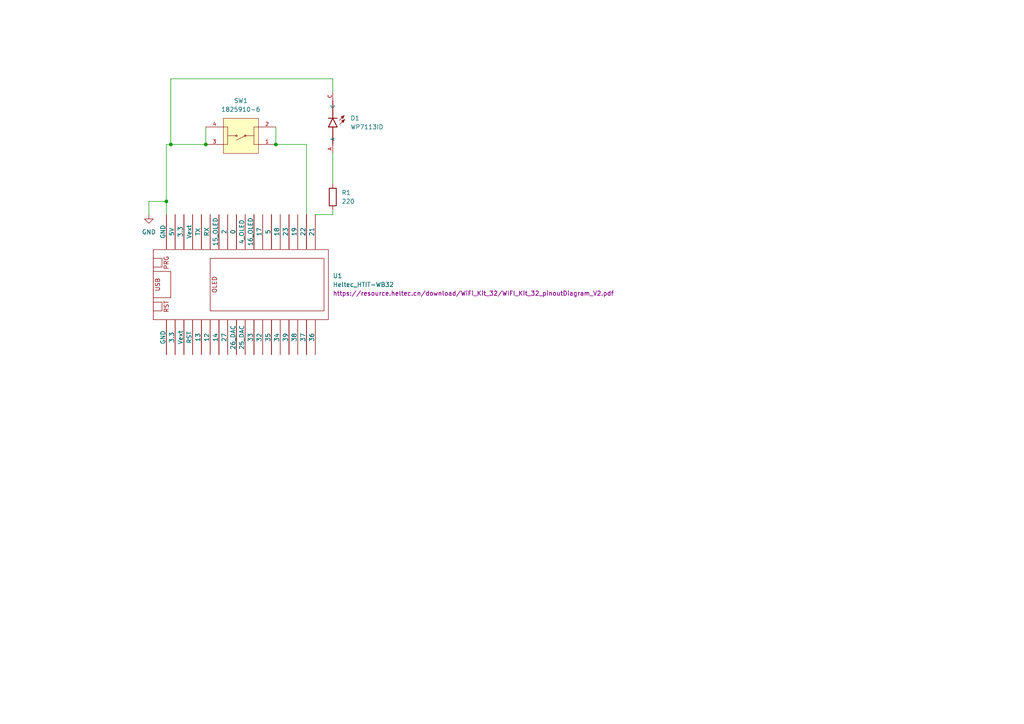
<source format=kicad_sch>
(kicad_sch (version 20230121) (generator eeschema)
  (paper "A4")
  (lib_symbols
    (symbol "1825910-6:1825910-6" (pin_names (offset 1.016))
      (property "Reference" "SW" (at -5.0897 5.8532 0))
      (property "Value" "1825910-6" (at -5.0883 -7.6325 0))
      (symbol "1825910-6_0_0"
        (rectangle (start -5.08 -5.08) (end 5.08 5.08) (stroke (width 0.127)) (fill (type background)))
        (circle (center -1.27 0) (radius 0.254) (stroke (width 0.127)))
        (polyline (pts (xy -5.08 2.54) (xy -3.81 2.54)) (stroke (width 0.127)))
        (polyline (pts (xy -3.81 -2.54) (xy -5.08 -2.54)) (stroke (width 0.127)))
        (polyline (pts (xy -3.81 0) (xy -3.81 -2.54)) (stroke (width 0.127)))
        (polyline (pts (xy -3.81 0) (xy -1.27 0)) (stroke (width 0.127)))
        (polyline (pts (xy -3.81 2.54) (xy -3.81 0)) (stroke (width 0.127)))
        (polyline (pts (xy -1.27 0) (xy 1.27 1.27)) (stroke (width 0.127)))
        (polyline (pts (xy 1.27 0) (xy 3.81 0)) (stroke (width 0.127)))
        (polyline (pts (xy 3.81 -2.54) (xy 5.08 -2.54)) (stroke (width 0.127)))
        (polyline (pts (xy 3.81 0) (xy 3.81 -2.54)) (stroke (width 0.127)))
        (polyline (pts (xy 3.81 0) (xy 3.81 2.54)) (stroke (width 0.127)))
        (polyline (pts (xy 3.81 2.54) (xy 5.08 2.54)) (stroke (width 0.127)))
        (circle (center 1.27 0) (radius 0.254) (stroke (width 0.127)))
        (pin passive line (at -10.16 2.54 0) (length 5.08) (name "~") (number "1"))
        (pin passive line (at -10.16 -2.54 0) (length 5.08) (name "~") (number "2"))
        (pin passive line (at 10.16 2.54 180) (length 5.08) (name "~") (number "3"))
        (pin passive line (at 10.16 -2.54 180) (length 5.08) (name "~") (number "4"))
      )
    )
    (symbol "Device:R" (pin_numbers hide) (pin_names (offset 0))
      (property "Reference" "R" (at 2.032 0 90))
      (property "Value" "R" (at 0 0 90))
      (symbol "R_0_1"
        (rectangle (start -1.016 -2.54) (end 1.016 2.54) (stroke (width 0.254)))
      )
      (symbol "R_1_1"
        (pin passive line (at 0 3.81 270) (length 1.27) (name "~") (number "1"))
        (pin passive line (at 0 -3.81 90) (length 1.27) (name "~") (number "2"))
      )
    )
    (symbol "WP7113ID:WP7113ID" (pin_names (offset 1.016))
      (property "Reference" "D" (at -2.0355 4.071 0))
      (property "Value" "WP7113ID" (at -2.0386 -3.8224 0))
      (symbol "WP7113ID_0_0"
        (polyline (pts (xy -5.08 0) (xy 0 0)) (stroke (width 0.254)))
        (polyline (pts (xy 0 -1.27) (xy 0 0)) (stroke (width 0.254)))
        (polyline (pts (xy 0 0) (xy 0 1.27)) (stroke (width 0.254)))
        (polyline (pts (xy 0 0) (xy 2.54 1.27)) (stroke (width 0.254)))
        (polyline (pts (xy 0.635 1.905) (xy -0.762 3.302)) (stroke (width 0.1524)))
        (polyline (pts (xy 1.778 2.032) (xy 0.381 3.429)) (stroke (width 0.1524)))
        (polyline (pts (xy 2.54 -1.27) (xy 0 0)) (stroke (width 0.254)))
        (polyline (pts (xy 2.54 -1.27) (xy 2.54 0)) (stroke (width 0.254)))
        (polyline (pts (xy 2.54 0) (xy 2.54 1.27)) (stroke (width 0.254)))
        (polyline (pts (xy 2.54 0) (xy 7.62 0)) (stroke (width 0.254)))
        (polyline (pts (xy -0.762 3.302) (xy 0.127 2.921) (xy -0.381 2.413) (xy -0.762 3.302)) (stroke (width 0.1524)) (fill (type outline)))
        (polyline (pts (xy 0.381 3.429) (xy 1.27 3.048) (xy 0.762 2.54) (xy 0.381 3.429)) (stroke (width 0.1524)) (fill (type outline)))
        (pin passive line (at 10.16 0 180) (length 2.54) (name "A") (number "A"))
        (pin passive line (at -7.62 0 0) (length 2.54) (name "C") (number "C"))
      )
    )
    (symbol "heltec_htit-wb32:Heltec_HTIT-WB32" (pin_numbers hide) (pin_names (offset 0))
      (property "Reference" "U" (at 0 0 0))
      (property "Value" "Heltec_HTIT-WB32" (at 0 -26.67 0))
      (property "Datasheet" "https://resource.heltec.cn/download/WiFi_Kit_32/WIFI_Kit_32_pinoutDiagram_V2.pdf" (at 0 0 0))
      (symbol "Heltec_HTIT-WB32_0_0"
        (rectangle (start -5.08 22.86) (end -7.62 25.4))
        (rectangle (start 3.81 25.4) (end -3.81 20.32))
        (rectangle (start 5.08 22.86) (end 7.62 25.4))
        (rectangle (start 7.62 -24.13) (end -7.62 8.89))
        (rectangle (start 10.16 -25.4) (end -10.16 25.4))
        (text "OLED" (at 0 7.62 0) (effects (font (size 1.27 1.27))))
        (text "PRG" (at 6.35 21.59 0) (effects (font (size 1.27 1.27))))
        (text "RST" (at -6.35 21.59 0) (effects (font (size 1.27 1.27))))
        (text "USB" (at 0 24.13 0) (effects (font (size 1.27 1.27))))
      )
      (symbol "Heltec_HTIT-WB32_1_1"
        (pin bidirectional line (at 20.32 1.27 180) (length 10.0076) (name "0") (number "0"))
        (pin bidirectional line (at 20.32 11.43 180) (length 10.0076) (name "TX") (number "1"))
        (pin power_out line (at 20.32 13.97 180) (length 10.0076) (name "Vext") (number "10"))
        (pin power_in line (at 20.32 16.51 180) (length 10.0076) (name "3.3") (number "11"))
        (pin bidirectional line (at -20.32 8.89 0) (length 10.0076) (name "12") (number "12"))
        (pin bidirectional line (at -20.32 11.43 0) (length 10.0076) (name "13") (number "13"))
        (pin bidirectional line (at -20.32 6.35 0) (length 10.0076) (name "14") (number "14"))
        (pin bidirectional line (at 20.32 6.35 180) (length 10.0076) (name "15_OLED") (number "15"))
        (pin bidirectional line (at 20.32 -3.81 180) (length 10.0076) (name "16_OLED") (number "16"))
        (pin bidirectional line (at 20.32 -6.35 180) (length 10.0076) (name "17") (number "17"))
        (pin bidirectional line (at 20.32 -11.43 180) (length 10.0076) (name "18") (number "18"))
        (pin bidirectional line (at 20.32 -16.51 180) (length 10.0076) (name "19") (number "19"))
        (pin bidirectional line (at 20.32 3.81 180) (length 10.0076) (name "2") (number "2"))
        (pin power_in line (at 20.32 19.05 180) (length 10.0076) (name "5V") (number "20"))
        (pin bidirectional line (at 20.32 -21.59 180) (length 10.0076) (name "21") (number "21"))
        (pin bidirectional line (at 20.32 -19.05 180) (length 10.0076) (name "22") (number "22"))
        (pin bidirectional line (at 20.32 -13.97 180) (length 10.0076) (name "23") (number "23"))
        (pin bidirectional line (at -20.32 -1.27 0) (length 10.0076) (name "25_DAC") (number "25"))
        (pin bidirectional line (at -20.32 1.27 0) (length 10.0076) (name "26_DAC") (number "26"))
        (pin bidirectional line (at -20.32 3.81 0) (length 10.0076) (name "27") (number "27"))
        (pin power_in line (at 20.32 21.59 180) (length 10.0076) (name "GND") (number "28"))
        (pin bidirectional line (at 20.32 8.89 180) (length 10.0076) (name "RX") (number "3"))
        (pin input line (at -20.32 -6.35 0) (length 10.0076) (name "32") (number "32"))
        (pin input line (at -20.32 -3.81 0) (length 10.0076) (name "33") (number "33"))
        (pin input line (at -20.32 -11.43 0) (length 10.0076) (name "34") (number "34"))
        (pin input line (at -20.32 -8.89 0) (length 10.0076) (name "35") (number "35"))
        (pin input line (at -20.32 -21.59 0) (length 10.0076) (name "36") (number "36"))
        (pin input line (at -20.32 -19.05 0) (length 10.0076) (name "37") (number "37"))
        (pin input line (at -20.32 -16.51 0) (length 10.0076) (name "38") (number "38"))
        (pin input line (at -20.32 -13.97 0) (length 10.0076) (name "39") (number "39"))
        (pin bidirectional line (at 20.32 -1.27 180) (length 10.0076) (name "4_OLED") (number "4"))
        (pin bidirectional line (at 20.32 -8.89 180) (length 10.0076) (name "5") (number "5"))
        (pin input line (at -20.32 13.97 0) (length 10.0076) (name "RST") (number "6"))
        (pin power_out line (at -20.32 16.51 0) (length 10.0076) (name "Vext") (number "7"))
        (pin power_in line (at -20.32 21.59 0) (length 10.0076) (name "GND") (number "8"))
        (pin power_in line (at -20.32 19.05 0) (length 10.0076) (name "3.3") (number "9"))
      )
    )
    (symbol "power:GND" (power) (pin_names (offset 0))
      (property "Value" "GND" (at 0 -3.81 0))
      (symbol "GND_0_1"
        (polyline (pts (xy 0 0) (xy 0 -1.27) (xy 1.27 -1.27) (xy 0 -2.54) (xy -1.27 -1.27) (xy 0 -1.27)))
      )
      (symbol "GND_1_1"
        (pin power_in line (at 0 0 270) (length 0) hide (name "GND") (number "1"))
      )
    )
  )
  (junction (at 80.01 41.91))
  (junction (at 49.53 41.91))
  (junction (at 59.69 41.91))
  (junction (at 48.26 58.42))
  (wire (pts (xy 88.9 41.91) (xy 88.9 62.23)))
  (wire (pts (xy 59.69 41.91) (xy 59.69 36.83)))
  (wire (pts (xy 91.44 62.23) (xy 96.52 62.23)))
  (wire (pts (xy 48.26 41.91) (xy 48.26 58.42)))
  (wire (pts (xy 96.52 22.86) (xy 96.52 26.67)))
  (wire (pts (xy 80.01 36.83) (xy 80.01 41.91)))
  (wire (pts (xy 59.69 41.91) (xy 49.53 41.91)))
  (wire (pts (xy 49.53 22.86) (xy 49.53 41.91)))
  (wire (pts (xy 96.52 44.45) (xy 96.52 53.34)))
  (wire (pts (xy 43.18 58.42) (xy 48.26 58.42)))
  (wire (pts (xy 96.52 22.86) (xy 49.53 22.86)))
  (wire (pts (xy 96.52 60.96) (xy 96.52 62.23)))
  (wire (pts (xy 49.53 41.91) (xy 48.26 41.91)))
  (wire (pts (xy 43.18 62.23) (xy 43.18 58.42)))
  (wire (pts (xy 48.26 58.42) (xy 48.26 62.23)))
  (wire (pts (xy 80.01 41.91) (xy 88.9 41.91)))
  (symbol (lib_id "power:GND") (at 43.18 62.23 0) (unit 1)
    (property "Reference" "#PWR01" (effects hide))
    (property "Value" "GND" (at 43.18 67.31 0))
  )
  (symbol (lib_id "WP7113ID:WP7113ID") (at 96.52 34.29 270) (unit 1)
    (property "Reference" "D1" (at 101.6 34.29 90) (effects (justify left)))
    (property "Value" "WP7113ID" (at 101.6 36.83 90) (effects (justify left)))
    (property "Footprint" "LED_WP7113ID" (effects hide))
    (property "MANUFACTURER" "Kingbright" (effects hide))
  )
  (symbol (lib_id "1825910-6:1825910-6") (at 69.85 39.37 180) (unit 1)
    (property "Reference" "SW1" (at 69.85 29.21 0))
    (property "Value" "1825910-6" (at 69.85 31.75 0))
    (property "Footprint" "SW_1825910-6-4" (effects hide))
    (property "Comment" "1825910-6" (effects hide))
  )
  (symbol (lib_id "heltec_htit-wb32:Heltec_HTIT-WB32") (at 69.85 82.55 90) (unit 1)
    (property "Reference" "U1" (at 96.52 80.01 90) (effects (justify right)))
    (property "Value" "Heltec_HTIT-WB32" (at 96.52 82.55 90) (effects (justify right)))
    (property "Footprint" "heltec_htit-wb32:Heltec_HTIT-WB32" (effects hide))
    (property "Datasheet" "https://resource.heltec.cn/download/WiFi_Kit_32/WIFI_Kit_32_pinoutDiagram_V2.pdf" (at 96.52 85.09 90) (effects (justify right)))
  )
  (symbol (lib_id "Device:R") (at 96.52 57.15 0) (unit 1)
    (property "Reference" "R1" (at 99.06 55.88 0) (effects (justify left)))
    (property "Value" "220" (at 99.06 58.42 0) (effects (justify left)))
    (property "Footprint" "Resistor_THT:R_Axial_DIN0204_L3.6mm_D1.6mm_P5.08mm_Horizontal" (effects hide))
  )
)
</source>
